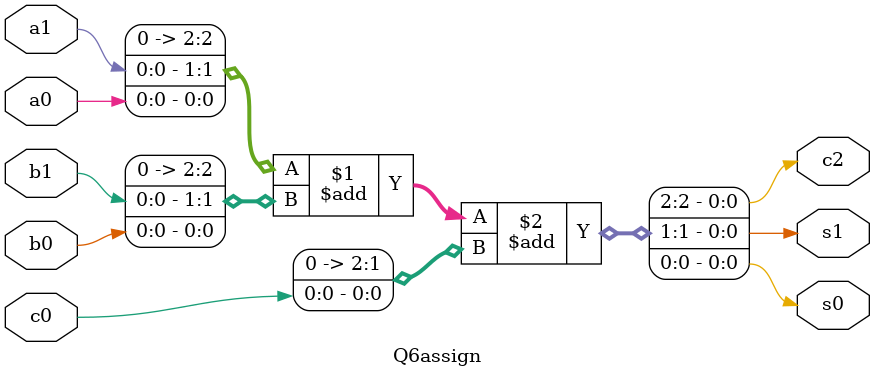
<source format=sv>
`timescale 1ns/1ns
module Q6assign (input a1,a0,b1,b0,c0, output c2,s1,s0);
	assign {c2,s1,s0}={a1,a0}+{b1,b0}+{c0};
endmodule


</source>
